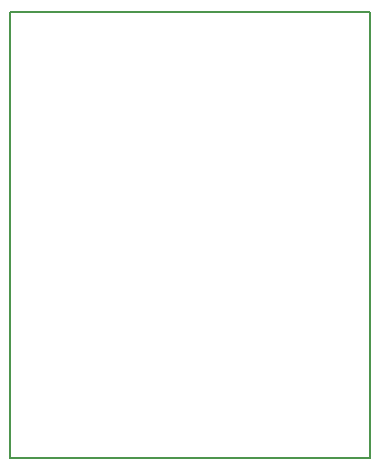
<source format=gbr>
G04 #@! TF.GenerationSoftware,KiCad,Pcbnew,(2017-06-21 revision 375ec9f)-master*
G04 #@! TF.CreationDate,2018-12-30T23:55:28-05:00*
G04 #@! TF.ProjectId,pantry_monitor,70616E7472795F6D6F6E69746F722E6B,rev?*
G04 #@! TF.SameCoordinates,Original
G04 #@! TF.FileFunction,Profile,NP*
%FSLAX46Y46*%
G04 Gerber Fmt 4.6, Leading zero omitted, Abs format (unit mm)*
G04 Created by KiCad (PCBNEW (2017-06-21 revision 375ec9f)-master) date Sun Dec 30 23:55:28 2018*
%MOMM*%
%LPD*%
G01*
G04 APERTURE LIST*
%ADD10C,0.100000*%
%ADD11C,0.150000*%
%ADD12C,0.200000*%
G04 APERTURE END LIST*
D10*
D11*
X106426000Y-127254000D02*
X106426000Y-89535000D01*
D12*
X136906000Y-127254000D02*
X106426000Y-127254000D01*
X136906000Y-89535000D02*
X136906000Y-127254000D01*
X106426000Y-89535000D02*
X136906000Y-89535000D01*
M02*

</source>
